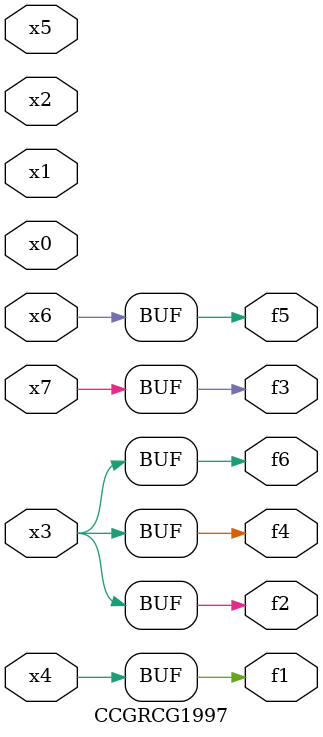
<source format=v>
module CCGRCG1997(
	input x0, x1, x2, x3, x4, x5, x6, x7,
	output f1, f2, f3, f4, f5, f6
);
	assign f1 = x4;
	assign f2 = x3;
	assign f3 = x7;
	assign f4 = x3;
	assign f5 = x6;
	assign f6 = x3;
endmodule

</source>
